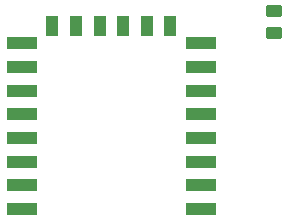
<source format=gbr>
%TF.GenerationSoftware,KiCad,Pcbnew,8.0.5*%
%TF.CreationDate,2024-10-28T11:16:19+03:00*%
%TF.ProjectId,IoTmanager,496f546d-616e-4616-9765-722e6b696361,rev?*%
%TF.SameCoordinates,Original*%
%TF.FileFunction,Paste,Top*%
%TF.FilePolarity,Positive*%
%FSLAX46Y46*%
G04 Gerber Fmt 4.6, Leading zero omitted, Abs format (unit mm)*
G04 Created by KiCad (PCBNEW 8.0.5) date 2024-10-28 11:16:19*
%MOMM*%
%LPD*%
G01*
G04 APERTURE LIST*
G04 Aperture macros list*
%AMRoundRect*
0 Rectangle with rounded corners*
0 $1 Rounding radius*
0 $2 $3 $4 $5 $6 $7 $8 $9 X,Y pos of 4 corners*
0 Add a 4 corners polygon primitive as box body*
4,1,4,$2,$3,$4,$5,$6,$7,$8,$9,$2,$3,0*
0 Add four circle primitives for the rounded corners*
1,1,$1+$1,$2,$3*
1,1,$1+$1,$4,$5*
1,1,$1+$1,$6,$7*
1,1,$1+$1,$8,$9*
0 Add four rect primitives between the rounded corners*
20,1,$1+$1,$2,$3,$4,$5,0*
20,1,$1+$1,$4,$5,$6,$7,0*
20,1,$1+$1,$6,$7,$8,$9,0*
20,1,$1+$1,$8,$9,$2,$3,0*%
G04 Aperture macros list end*
%ADD10R,2.500000X1.000000*%
%ADD11R,1.000000X1.800000*%
%ADD12RoundRect,0.250000X-0.450000X0.262500X-0.450000X-0.262500X0.450000X-0.262500X0.450000X0.262500X0*%
G04 APERTURE END LIST*
D10*
%TO.C,U2*%
X109040000Y-123200000D03*
X109040000Y-121200000D03*
X109040000Y-119200000D03*
X109040000Y-117200000D03*
X109040000Y-115200000D03*
X109040000Y-113200000D03*
X109040000Y-111200000D03*
X109040000Y-109200000D03*
D11*
X106440000Y-107700000D03*
X104440000Y-107700000D03*
X102440000Y-107700000D03*
X100440000Y-107700000D03*
X98440000Y-107700000D03*
X96440000Y-107700000D03*
D10*
X93840000Y-109200000D03*
X93840000Y-111200000D03*
X93840000Y-113200000D03*
X93840000Y-115200000D03*
X93840000Y-117200000D03*
X93840000Y-119200000D03*
X93840000Y-121200000D03*
X93840000Y-123200000D03*
%TD*%
D12*
%TO.C,R3*%
X115200000Y-106475000D03*
X115200000Y-108300000D03*
%TD*%
M02*

</source>
